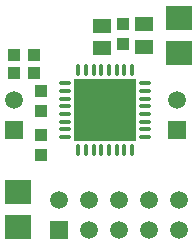
<source format=gbr>
%FSDAX24Y24*%
%MOIN*%
%SFA1B1*%

%IPPOS*%
%ADD10R,0.043300X0.039400*%
%ADD11O,0.041300X0.011800*%
%ADD12O,0.011800X0.041300*%
%ADD13R,0.208700X0.208700*%
%ADD14R,0.086600X0.078700*%
%ADD15R,0.059100X0.051200*%
%ADD16R,0.039400X0.043300*%
%ADD20R,0.059100X0.059100*%
%ADD21C,0.059100*%
%ADD22R,0.059100X0.059100*%
%LNde-120418_pads_top-1*%
%LPD*%
G54D10*
X035135Y023550D03*
X034465D03*
X035135Y022950D03*
X034465D03*
G54D11*
X036171Y022596D03*
Y022340D03*
Y022084D03*
Y021828D03*
Y021572D03*
Y021316D03*
Y021060D03*
Y020804D03*
X038829D03*
Y021060D03*
Y021316D03*
Y021572D03*
Y021828D03*
Y022084D03*
Y022340D03*
Y022596D03*
G54D12*
X036604Y020371D03*
X036860D03*
X037116D03*
X037372D03*
X037628D03*
X037884D03*
X038140D03*
X038396D03*
Y023029D03*
X038140D03*
X037884D03*
X037628D03*
X037372D03*
X037116D03*
X036860D03*
X036604D03*
G54D13*
X037500Y021700D03*
G54D14*
X039950Y024791D03*
Y023609D03*
X034600Y017809D03*
Y018991D03*
G54D15*
X038800Y023826D03*
Y024574D03*
X037400Y023776D03*
Y024524D03*
G54D16*
X038100Y023915D03*
Y024585D03*
X035350Y020215D03*
Y020885D03*
Y022335D03*
Y021665D03*
G54D20*
X034450Y021050D03*
X039900D03*
G54D21*
X034450Y022050D03*
X039950Y018700D03*
Y017700D03*
X038950Y018700D03*
Y017700D03*
X037950Y018700D03*
Y017700D03*
X036950Y018700D03*
Y017700D03*
X035950Y018700D03*
X039900Y022050D03*
G54D22*
X035950Y017700D03*
M02*
</source>
